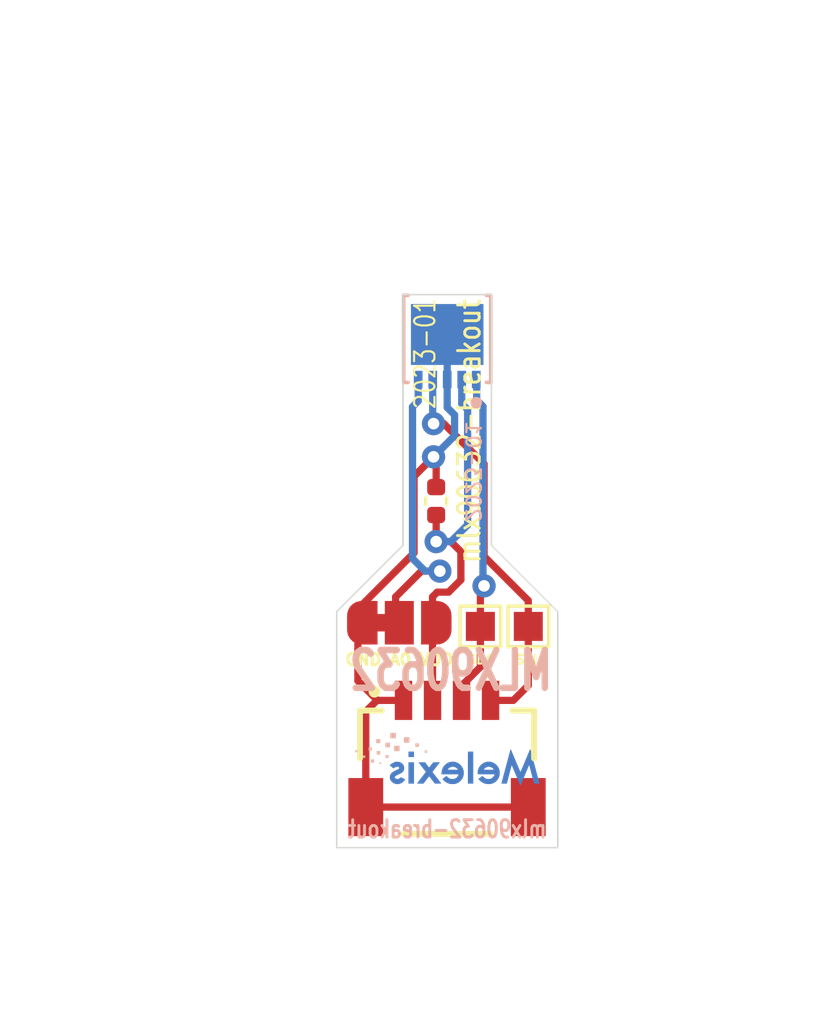
<source format=kicad_pcb>
(kicad_pcb (version 20211014) (generator pcbnew)
  (layers (0 "F.Cu" signal) (31 "B.Cu" signal) (34 "B.Paste" user) (35 "F.Paste" user) (36 "B.SilkS" user "B.Silkscreen") (37 "F.SilkS" user "F.Silkscreen") (38 "B.Mask" user) (39 "F.Mask" user) (44 "Edge.Cuts" user))
  (net 0 "")
  (net 1 "/VDD")
  (net 2 "/SDA")
  (net 3 "/SCL")
  (net 4 "/GND")
  (net 5 "Net-(JP1-Pad2)")
  (footprint "TestPoint:TestPoint_Pad_1.0x1.0mm" (layer "F.Cu") (at 112.092999 75.880001)
    (fp_text reference "SDA" (at 0 1.143) (layer "F.SilkS") (effects (font (size 0.3 0.3) (thickness 0.075))))
    (fp_text value "TestPoint")
    (fp_line (start 0.7 0.7) (end -0.7 0.7) (layer "F.SilkS") (width 0.12))
    (fp_line (start -0.7 -0.7) (end 0.7 -0.7) (layer "F.SilkS") (width 0.12))
    (fp_line (start -0.7 0.7) (end -0.7 -0.7) (layer "F.SilkS") (width 0.12))
    (fp_line (start 0.7 -0.7) (end 0.7 0.7) (layer "F.SilkS") (width 0.12))
    (pad "1" smd rect (at 0 0) (size 1 1) (layers "F.Cu" "F.Mask") (net 2 "/SDA"))
  )
  (footprint "TestPoint:TestPoint_Pad_1.0x1.0mm" (layer "F.Cu") (at 113.743999 75.880001)
    (fp_text reference "SCL" (at 0 1.143) (layer "F.SilkS") (effects (font (size 0.3 0.3) (thickness 0.075))))
    (fp_text value "TestPoint")
    (fp_line (start 0.7 -0.7) (end 0.7 0.7) (layer "F.SilkS") (width 0.12))
    (fp_line (start 0.7 0.7) (end -0.7 0.7) (layer "F.SilkS") (width 0.12))
    (fp_line (start -0.7 0.7) (end -0.7 -0.7) (layer "F.SilkS") (width 0.12))
    (fp_line (start -0.7 -0.7) (end 0.7 -0.7) (layer "F.SilkS") (width 0.12))
    (pad "1" smd rect (at 0 0) (size 1 1) (layers "F.Cu" "F.Mask") (net 3 "/SCL"))
  )
  (footprint "melexis-temperature:mlx_logo_back" (layer "F.Cu") (at 110.949999 80.706001)
    (fp_text reference "G***" hide)
    (fp_text value "LOGO" hide)
    (fp_poly (pts (xy 0.89408 0.5842) (xy 0.71628 0.5842) (xy 0.71628 -0.508) (xy 0.89408 -0.508) (xy 0.89408 0.5842)) (layer "B.Cu") (width 0.01) (fill solid))
    (fp_poly (pts (xy -1.14808 -0.3302) (xy -1.33096 -0.3302) (xy -1.33096 -0.508) (xy -1.14808 -0.508) (xy -1.14808 -0.3302)) (layer "B.Cu") (width 0.01) (fill solid))
    (fp_poly (pts (xy -0.273195 -0.12319) (xy -0.322273 -0.060622) (xy -0.365166 -0.005698) (xy -0.402074 0.041844) (xy -0.433193 0.082264) (xy -0.458721 0.115824) (xy -0.478856 0.142786) (xy -0.493796 0.163412) (xy -0.503738 0.177962) (xy -0.508879 0.186698) (xy -0.509658 0.189698) (xy -0.505953 0.194814) (xy -0.496686 0.207169) (xy -0.48248 0.225944) (xy -0.463959 0.25032) (xy -0.441747 0.279476) (xy -0.416468 0.312592) (xy -0.388745 0.348849) (xy -0.361058 0.385006) (xy -0.33167 0.423412) (xy -0.304204 0.459413) (xy -0.279274 0.492196) (xy -0.257497 0.520947) (xy -0.239485 0.544852) (xy -0.225855 0.563098) (xy -0.217221 0.574872) (xy -0.214207 0.579316) (xy -0.218519 0.581011) (xy -0.232231 0.582382) (xy -0.254586 0.583394) (xy -0.284828 0.584011) (xy -0.318731 0.5842) (xy -0.424949 0.5842) (xy -0.518545 0.463835) (xy -0.542301 0.433278) (xy -0.564188 0.405111) (xy -0.583386 0.380393) (xy -0.599073 0.36018) (xy -0.61043 0.345528) (xy -0.616636 0.337496) (xy -0.617406 0.336488) (xy -0.620285 0.336212) (xy -0.625896 0.340275) (xy -0.634768 0.349291) (xy -0.647428 0.363876) (xy -0.664405 0.384643) (xy -0.686229 0.412208) (xy -0.713427 0.447186) (xy -0.72089 0.456852) (xy -0.819108 0.5842) (xy -0.925174 0.5842) (xy -0.956754 0.584026) (xy -0.984582 0.583541) (xy -1.00717 0.582798) (xy -1.023033 0.581851) (xy -1.030683 0.580752) (xy -1.031155 0.58039) (xy -1.028134 0.575721) (xy -1.019504 0.563802) (xy -1.005866 0.545428) (xy -0.987816 0.521392) (xy -0.965955 0.492488) (xy -0.94088 0.45951) (xy -0.91319 0.423251) (xy -0.883485 0.384507) (xy -0.881369 0.381753) (xy -0.846652 0.336498) (xy -0.817713 0.298583) (xy -0.794079 0.267336) (xy -0.775279 0.242087) (xy -0.760839 0.222165) (xy -0.750287 0.2069) (xy -0.743151 0.195621) (xy -0.738957 0.187657) (xy -0.737233 0.182339) (xy -0.737508 0.178994) (xy -0.737944 0.178226) (xy -0.742384 0.172347) (xy -0.752313 0.159368) (xy -0.767008 0.14023) (xy -0.785747 0.115871) (xy -0.807806 0.087232) (xy -0.832462 0.055253) (xy -0.858993 0.020872) (xy -0.86233 0.016548) (xy -0.888755 -0.017751) (xy -0.91312 -0.049518) (xy -0.934748 -0.077861) (xy -0.952963 -0.101887) (xy -0.967088 -0.120702) (xy -0.976447 -0.133415) (xy -0.980364 -0.139131) (xy -0.98044 -0.139335) (xy -0.975607 -0.140184) (xy -0.962088 -0.140916) (xy -0.941361 -0.141495) (xy -0.9149 -0.141883) (xy -0.88418 -0.142043) (xy -0.87249 -0.142038) (xy -0.76454 -0.141836) (xy -0.69596 -0.050901) (xy -0.676076 -0.024666) (xy -0.65823 -0.001372) (xy -0.643323 0.017827) (xy -0.632258 0.031772) (xy -0.625936 0.039309) (xy -0.62484 0.040313) (xy -0.621129 0.036564) (xy -0.612117 0.0259) (xy -0.598713 0.009447) (xy -0.581831 -0.01167) (xy -0.56238 -0.036327) (xy -0.55118 -0.050651) (xy -0.48006 -0.141894) (xy -0.369144 -0.142067) (xy -0.258227 -0.14224) (xy -0.273195 -0.12319)) (layer "B.Cu") (width 0.01) (fill solid))
    (fp_poly (pts (xy 2.86263 -0.593453) (xy 2.862972 -0.593122) (xy 2.864557 -0.587983) (xy 2.868556 -0.573622) (xy 2.874806 -0.550643) (xy 2.883148 -0.519654) (xy 2.89342 -0.48126) (xy 2.90546 -0.436067) (xy 2.919109 -0.38468) (xy 2.934205 -0.327705) (xy 2.950586 -0.265749) (xy 2.968093 -0.199418) (xy 2.986564 -0.129316) (xy 3.005838 -0.05605) (xy 3.019387 -0.00448) (xy 3.173301 0.58166) (xy 3.086898 0.583053) (xy 3.058241 0.583292) (xy 3.033189 0.583076) (xy 3.013479 0.582455) (xy 3.000848 0.581479) (xy 2.997037 0.580513) (xy 2.995191 0.575039) (xy 2.991024 0.560559) (xy 2.984759 0.537906) (xy 2.976617 0.507911) (xy 2.966823 0.471405) (xy 2.955598 0.42922) (xy 2.943165 0.382186) (xy 2.929747 0.331136) (xy 2.915567 0.276901) (xy 2.910593 0.25781) (xy 2.896232 0.20281) (xy 2.882573 0.150816) (xy 2.869836 0.102645) (xy 2.858241 0.059114) (xy 2.848008 0.021043) (xy 2.839359 -0.010753) (xy 2.832512 -0.035454) (xy 2.827688 -0.052243) (xy 2.825107 -0.060302) (xy 2.824773 -0.060909) (xy 2.822402 -0.056334) (xy 2.816426 -0.043109) (xy 2.807156 -0.02196) (xy 2.794901 0.006388) (xy 2.779971 0.041209) (xy 2.762677 0.081778) (xy 2.743329 0.127368) (xy 2.722236 0.177255) (xy 2.699709 0.230712) (xy 2.676058 0.287014) (xy 2.674817 0.289974) (xy 2.651089 0.346471) (xy 2.628449 0.400211) (xy 2.607209 0.450463) (xy 2.587683 0.496495) (xy 2.570183 0.537574) (xy 2.555021 0.57297) (xy 2.54251 0.601949) (xy 2.532962 0.623782) (xy 2.526691 0.637735) (xy 2.524009 0.643077) (xy 2.523978 0.643103) (xy 2.519988 0.6403) (xy 2.51405 0.630586) (xy 2.510785 0.62369) (xy 2.507261 0.615449) (xy 2.500138 0.598656) (xy 2.48976 0.574123) (xy 2.47647 0.54266) (xy 2.46061 0.505081) (xy 2.442522 0.462196) (xy 2.42255 0.41482) (xy 2.401036 0.363762) (xy 2.378323 0.309835) (xy 2.361905 0.270842) (xy 2.331184 0.198097) (xy 2.304221 0.134733) (xy 2.280994 0.080699) (xy 2.26148 0.035948) (xy 2.245657 0.000427) (xy 2.233504 -0.025911) (xy 2.224998 -0.043118) (xy 2.220117 -0.051242) (xy 2.2189 -0.051738) (xy 2.217014 -0.045396) (xy 2.21283 -0.030094) (xy 2.206579 -0.006713) (xy 2.198493 0.023867) (xy 2.188802 0.060766) (xy 2.177738 0.103102) (xy 2.165531 0.149997) (xy 2.152414 0.200569) (xy 2.138618 0.253938) (xy 2.138602 0.254) (xy 2.124739 0.307655) (xy 2.111512 0.358739) (xy 2.099157 0.40634) (xy 2.087914 0.449546) (xy 2.078021 0.487446) (xy 2.069714 0.51913) (xy 2.063232 0.543685) (xy 2.058812 0.5602) (xy 2.056717 0.56769) (xy 2.051532 0.5842) (xy 1.874326 0.5842) (xy 1.877207 0.57277) (xy 1.885965 0.538305) (xy 1.89649 0.497364) (xy 1.908593 0.450665) (xy 1.922079 0.398924) (xy 1.936759 0.342861) (xy 1.952441 0.283193) (xy 1.968932 0.220637) (xy 1.986042 0.155912) (xy 2.003578 0.089735) (xy 2.021349 0.022824) (xy 2.039163 -0.044102) (xy 2.056829 -0.110327) (xy 2.074155 -0.175132) (xy 2.090949 -0.237799) (xy 2.10702 -0.297611) (xy 2.122177 -0.35385) (xy 2.136226 -0.405798) (xy 2.148978 -0.452737) (xy 2.160239 -0.49395) (xy 2.169819 -0.528718) (xy 2.177526 -0.556323) (xy 2.183169 -0.576048) (xy 2.186555 -0.587176) (xy 2.187484 -0.589463) (xy 2.190086 -0.584521) (xy 2.196291 -0.570887) (xy 2.205806 -0.54925) (xy 2.218335 -0.520299) (xy 2.233586 -0.484725) (xy 2.251263 -0.443218) (xy 2.271073 -0.396468) (xy 2.292722 -0.345163) (xy 2.315915 -0.289995) (xy 2.340359 -0.231653) (xy 2.356923 -0.19201) (xy 2.381971 -0.132127) (xy 2.405935 -0.075089) (xy 2.428523 -0.021574) (xy 2.449446 0.027744) (xy 2.468413 0.072187) (xy 2.485135 0.11108) (xy 2.49932 0.143748) (xy 2.510679 0.169513) (xy 2.518921 0.1877) (xy 2.523757 0.197633) (xy 2.524948 0.199332) (xy 2.527356 0.194162) (xy 2.533378 0.180336) (xy 2.54271 0.15857) (xy 2.555048 0.129582) (xy 2.57009 0.09409) (xy 2.58753 0.052811) (xy 2.607067 0.006464) (xy 2.628396 -0.044235) (xy 2.651215 -0.098568) (xy 2.675218 -0.155817) (xy 2.682298 -0.17272) (xy 2.712694 -0.245304) (xy 2.739408 -0.309081) (xy 2.762681 -0.364616) (xy 2.782758 -0.412474) (xy 2.79988 -0.453219) (xy 2.81429 -0.487415) (xy 2.826232 -0.515629) (xy 2.835946 -0.538423) (xy 2.843677 -0.556363) (xy 2.849667 -0.570014) (xy 2.854158 -0.579939) (xy 2.857394 -0.586704) (xy 2.859616 -0.590873) (xy 2.861068 -0.593011) (xy 2.861991 -0.593683) (xy 2.86263 -0.593453)) (layer "B.Cu") (width 0.01) (fill solid))
    (fp_poly (pts (xy -1.685282 -0.158374) (xy -1.65505 -0.154048) (xy -1.628072 -0.145725) (xy -1.600995 -0.132413) (xy -1.574833 -0.116055) (xy -1.541852 -0.088537) (xy -1.516175 -0.055792) (xy -1.497935 -0.019235) (xy -1.487263 0.019721) (xy -1.48429 0.059663) (xy -1.489148 0.099175) (xy -1.50197 0.136845) (xy -1.522885 0.171259) (xy -1.545809 0.195739) (xy -1.554275 0.20285) (xy -1.563785 0.209868) (xy -1.575375 0.217349) (xy -1.590081 0.22585) (xy -1.60894 0.235926) (xy -1.632988 0.248134) (xy -1.663263 0.26303) (xy -1.7008 0.281169) (xy -1.740621 0.300235) (xy -1.773809 0.318483) (xy -1.796881 0.33674) (xy -1.809881 0.355094) (xy -1.812853 0.373632) (xy -1.805841 0.39244) (xy -1.794396 0.406439) (xy -1.769466 0.424601) (xy -1.74046 0.434374) (xy -1.708891 0.435855) (xy -1.676272 0.42914) (xy -1.644115 0.414326) (xy -1.618007 0.395202) (xy -1.594129 0.374183) (xy -1.527315 0.406703) (xy -1.503308 0.418478) (xy -1.482491 0.42886) (xy -1.466616 0.436961) (xy -1.45743 0.441897) (xy -1.456011 0.442795) (xy -1.45612 0.448717) (xy -1.46227 0.460125) (xy -1.473231 0.475406) (xy -1.487774 0.49295) (xy -1.50467 0.511144) (xy -1.518115 0.524219) (xy -1.5601 0.556694) (xy -1.606402 0.581) (xy -1.655585 0.59674) (xy -1.706208 0.603517) (xy -1.756835 0.600932) (xy -1.779804 0.596473) (xy -1.82227 0.581668) (xy -1.862931 0.558997) (xy -1.899712 0.530088) (xy -1.930536 0.496566) (xy -1.952906 0.460919) (xy -1.967404 0.421451) (xy -1.974115 0.3798) (xy -1.972518 0.339375) (xy -1.971937 0.335847) (xy -1.961736 0.297969) (xy -1.944748 0.263508) (xy -1.920376 0.231891) (xy -1.888023 0.202543) (xy -1.847091 0.17489) (xy -1.796983 0.148357) (xy -1.759514 0.131568) (xy -1.721888 0.114771) (xy -1.693248 0.099807) (xy -1.672733 0.086021) (xy -1.659478 0.072755) (xy -1.652622 0.059355) (xy -1.651162 0.049196) (xy -1.654124 0.030798) (xy -1.663979 0.017688) (xy -1.681464 0.009414) (xy -1.707313 0.005523) (xy -1.723042 0.00508) (xy -1.74513 0.006453) (xy -1.765568 0.011249) (xy -1.787116 0.020476) (xy -1.812534 0.035146) (xy -1.822407 0.041461) (xy -1.854114 0.062097) (xy -1.905432 0.017078) (xy -1.925378 -0.000351) (xy -1.943378 -0.015953) (xy -1.957639 -0.028184) (xy -1.96637 -0.035498) (xy -1.967161 -0.03613) (xy -1.971924 -0.040441) (xy -1.972871 -0.04457) (xy -1.968914 -0.050193) (xy -1.958965 -0.058987) (xy -1.945097 -0.070118) (xy -1.909326 -0.096021) (xy -1.870436 -0.119899) (xy -1.832155 -0.139576) (xy -1.810606 -0.148621) (xy -1.794708 -0.153881) (xy -1.778792 -0.157232) (xy -1.759899 -0.159043) (xy -1.735072 -0.159687) (xy -1.72212 -0.159697) (xy -1.685282 -0.158374)) (layer "B.Cu") (width 0.01) (fill solid))
    (fp_poly (pts (xy 0.226121 -0.161346) (xy 0.247428 -0.158881) (xy 0.270333 -0.154299) (xy 0.276162 -0.15293) (xy 0.333196 -0.134188) (xy 0.386253 -0.106657) (xy 0.434415 -0.071237) (xy 0.47676 -0.028827) (xy 0.512369 0.019672) (xy 0.540322 0.07336) (xy 0.557286 0.12208) (xy 0.563155 0.152951) (xy 0.56624 0.190231) (xy 0.566586 0.230572) (xy 0.564239 0.270623) (xy 0.559243 0.307037) (xy 0.554523 0.327431) (xy 0.533057 0.385059) (xy 0.503271 0.437724) (xy 0.465982 0.484619) (xy 0.422004 0.524936) (xy 0.372154 0.557869) (xy 0.317247 0.582613) (xy 0.28702 0.591961) (xy 0.258274 0.597426) (xy 0.223166 0.600925) (xy 0.185323 0.602356) (xy 0.148369 0.601615) (xy 0.115931 0.598598) (xy 0.10695 0.597107) (xy 0.05025 0.582065) (xy -0.004158 0.559421) (xy -0.054566 0.530213) (xy -0.099264 0.49548) (xy -0.136544 0.456261) (xy -0.146545 0.443049) (xy -0.157786 0.427263) (xy -0.097943 0.382224) (xy -0.076296 0.365998) (xy -0.057209 0.351815) (xy -0.042308 0.340873) (xy -0.033217 0.334371) (xy -0.031544 0.333265) (xy -0.024277 0.334789) (xy -0.011203 0.344467) (xy 0.007551 0.362205) (xy 0.007809 0.362465) (xy 0.044957 0.394276) (xy 0.084553 0.4167) (xy 0.127981 0.430453) (xy 0.144579 0.433385) (xy 0.190654 0.435631) (xy 0.2352 0.429448) (xy 0.276823 0.4155) (xy 0.31413 0.394449) (xy 0.345727 0.366958) (xy 0.370221 0.33369) (xy 0.375574 0.323518) (xy 0.383925 0.305216) (xy 0.390664 0.28856) (xy 0.39406 0.27813) (xy 0.397341 0.26416) (xy -0.194242 0.26416) (xy -0.190719 0.21971) (xy -0.183046 0.157432) (xy -0.172387 0.112216) (xy 0.01016 0.112216) (xy 0.015087 0.113364) (xy 0.029258 0.114387) (xy 0.051757 0.115263) (xy 0.08167 0.115969) (xy 0.11808 0.11648) (xy 0.160072 0.116775) (xy 0.19317 0.11684) (xy 0.37618 0.11684) (xy 0.368589 0.10216) (xy 0.356757 0.084975) (xy 0.339024 0.065772) (xy 0.318408 0.047394) (xy 0.29793 0.032685) (xy 0.29019 0.028333) (xy 0.249187 0.012939) (xy 0.205757 0.006075) (xy 0.161971 0.007644) (xy 0.119901 0.017548) (xy 0.081618 0.035692) (xy 0.077632 0.038249) (xy 0.063529 0.049117) (xy 0.048023 0.063451) (xy 0.033034 0.079145) (xy 0.020482 0.094093) (xy 0.01229 0.10619) (xy 0.01016 0.112216) (xy -0.172387 0.112216) (xy -0.170126 0.102626) (xy -0.151281 0.05369) (xy -0.125834 0.009021) (xy -0.093107 -0.032982) (xy -0.0762 -0.051057) (xy -0.031079 -0.09115) (xy 0.016625 -0.121771) (xy 0.06799 -0.143398) (xy 0.124093 -0.156506) (xy 0.17272 -0.161162) (xy 0.202517 -0.162003) (xy 0.226121 -0.161346)) (layer "B.Cu") (width 0.01) (fill solid))
    (fp_poly (pts (xy 1.498191 -0.157036) (xy 1.50622 -0.155514) (xy 1.560219 -0.139538) (xy 1.612535 -0.114662) (xy 1.661141 -0.082141) (xy 1.70401 -0.043229) (xy 1.723078 -0.021245) (xy 1.756934 0.027075) (xy 1.781525 0.07587) (xy 1.797627 0.127165) (xy 1.806016 0.182989) (xy 1.807011 0.19812) (xy 1.805929 0.262403) (xy 1.795818 0.322175) (xy 1.77649 0.377937) (xy 1.747754 0.430189) (xy 1.70942 0.479434) (xy 1.694069 0.495678) (xy 1.67219 0.516853) (xy 1.653039 0.532692) (xy 1.633025 0.545815) (xy 1.608556 0.558841) (xy 1.605169 0.560513) (xy 1.581121 0.571606) (xy 1.556544 0.581768) (xy 1.535203 0.589489) (xy 1.52654 0.592063) (xy 1.497064 0.597591) (xy 1.461275 0.601061) (xy 1.422827 0.602375) (xy 1.385374 0.601436) (xy 1.352573 0.598145) (xy 1.345359 0.596912) (xy 1.282185 0.579925) (xy 1.223284 0.553872) (xy 1.201265 0.541088) (xy 1.177404 0.524361) (xy 1.151538 0.50321) (xy 1.126475 0.480184) (xy 1.105019 0.457833) (xy 1.092243 0.442021) (xy 1.082029 0.427676) (xy 1.141724 0.382384) (xy 1.163328 0.366066) (xy 1.182397 0.3518) (xy 1.197305 0.340791) (xy 1.206428 0.334244) (xy 1.208121 0.333128) (xy 1.215267 0.334517) (xy 1.228348 0.343738) (xy 1.247493 0.360884) (xy 1.252095 0.365305) (xy 1.28455 0.393374) (xy 1.316449 0.41326) (xy 1.350557 0.42638) (xy 1.385105 0.43353) (xy 1.432848 0.435815) (xy 1.478403 0.429092) (xy 1.520604 0.413935) (xy 1.558288 0.390915) (xy 1.59029 0.360606) (xy 1.615447 0.32358) (xy 1.617769 0.319076) (xy 1.623896 0.307524) (xy 1.629348 0.297699) (xy 1.633434 0.289463) (xy 1.635463 0.282677) (xy 1.634745 0.277203) (xy 1.630587 0.272902) (xy 1.622299 0.269636) (xy 1.60919 0.267266) (xy 1.590569 0.265655) (xy 1.565744 0.264663) (xy 1.534026 0.264153) (xy 1.494723 0.263985) (xy 1.447143 0.264021) (xy 1.390597 0.264123) (xy 1.34366 0.26416) (xy 1.28175 0.264145) (xy 1.229231 0.264086) (xy 1.185332 0.263959) (xy 1.149283 0.263741) (xy 1.120313 0.263409) (xy 1.097653 0.262938) (xy 1.080533 0.262306) (xy 1.068182 0.261489) (xy 1.059832 0.260464) (xy 1.05471 0.259208) (xy 1.052048 0.257696) (xy 1.051076 0.255906) (xy 1.050996 0.25527) (xy 1.051745 0.19228) (xy 1.061716 0.131667) (xy 1.067617 0.113491) (xy 1.24968 0.113491) (xy 1.254571 0.114259) (xy 1.268488 0.114966) (xy 1.290298 0.115589) (xy 1.318868 0.116109) (xy 1.353064 0.116505) (xy 1.391752 0.116755) (xy 1.43256 0.11684) (xy 1.474526 0.116756) (xy 1.513101 0.116518) (xy 1.547152 0.116144) (xy 1.575544 0.115656) (xy 1.597144 0.11507) (xy 1.610819 0.114408) (xy 1.61544 0.11371) (xy 1.612245 0.106611) (xy 1.603994 0.094663) (xy 1.592686 0.080329) (xy 1.580319 0.06607) (xy 1.568895 0.05435) (xy 1.563392 0.049613) (xy 1.52529 0.026382) (xy 1.484406 0.011743) (xy 1.442187 0.005534) (xy 1.400081 0.007589) (xy 1.359534 0.017744) (xy 1.321994 0.035835) (xy 1.288909 0.061697) (xy 1.270251 0.082896) (xy 1.259846 0.09714) (xy 1.252448 0.108152) (xy 1.24968 0.113491) (xy 1.067617 0.113491) (xy 1.080343 0.074293) (xy 1.107061 0.021021) (xy 1.141307 -0.027288) (xy 1.182515 -0.069771) (xy 1.230121 -0.105566) (xy 1.28356 -0.13381) (xy 1.31318 -0.145131) (xy 1.355702 -0.155714) (xy 1.403316 -0.161365) (xy 1.452114 -0.161876) (xy 1.498191 -0.157036)) (layer "B.Cu") (width 0.01) (fill solid))
    (fp_poly (pts (xy -1.14808 0.5842) (xy -1.33096 0.5842) (xy -1.33096 -0.14224) (xy -1.14808 -0.14224) (xy -1.14808 0.5842)) (layer "B.Cu") (width 0.01) (fill solid))
    (fp_poly (pts (xy -1.977255 -0.74041) (xy -1.975849 -0.66548) (xy -2.128792 -0.66548) (xy -2.12598 -0.81534) (xy -1.97866 -0.81534) (xy -1.977255 -0.74041)) (layer "B.SilkS") (width 0.01) (fill solid))
    (fp_poly (pts (xy -0.69596 -0.47752) (xy -0.77216 -0.47752) (xy -0.77216 -0.55372) (xy -0.69596 -0.55372) (xy -0.69596 -0.47752)) (layer "B.SilkS") (width 0.01) (fill solid))
    (fp_poly (pts (xy -0.98044 -0.68072) (xy -1.0922 -0.68072) (xy -1.0922 -0.79248) (xy -0.98044 -0.79248) (xy -0.98044 -0.68072)) (layer "B.SilkS") (width 0.01) (fill solid))
    (fp_poly (pts (xy -2.60096 -0.54864) (xy -2.70764 -0.54864) (xy -2.70764 -0.65024) (xy -2.60096 -0.65024) (xy -2.60096 -0.54864)) (layer "B.SilkS") (width 0.01) (fill solid))
    (fp_poly (pts (xy -1.64592 -0.5334) (xy -1.82372 -0.5334) (xy -1.82372 -0.7112) (xy -1.64592 -0.7112) (xy -1.64592 -0.5334)) (layer "B.SilkS") (width 0.01) (fill solid))
    (fp_poly (pts (xy -2.312519 -0.87503) (xy -2.31394 -0.81026) (xy -2.37871 -0.808839) (xy -2.44348 -0.807417) (xy -2.44348 -0.9398) (xy -2.311097 -0.9398) (xy -2.312519 -0.87503)) (layer "B.SilkS") (width 0.01) (fill solid))
    (fp_poly (pts (xy -2.28092 -0.09144) (xy -2.32664 -0.09144) (xy -2.32664 -0.13716) (xy -2.28092 -0.13716) (xy -2.28092 -0.09144)) (layer "B.SilkS") (width 0.01) (fill solid))
    (fp_poly (pts (xy -3.10388 -0.49784) (xy -3.16484 -0.49784) (xy -3.16484 -0.5588) (xy -3.10388 -0.5588) (xy -3.10388 -0.49784)) (layer "B.SilkS") (width 0.01) (fill solid))
    (fp_poly (pts (xy -2.82956 -0.29972) (xy -2.90576 -0.29972) (xy -2.90576 -0.37592) (xy -2.82956 -0.37592) (xy -2.82956 -0.29972)) (layer "B.SilkS") (width 0.01) (fill solid))
    (fp_poly (pts (xy -2.02692 -0.29464) (xy -2.11836 -0.29464) (xy -2.11836 -0.39116) (xy -2.02692 -0.39116) (xy -2.02692 -0.29464)) (layer "B.SilkS") (width 0.01) (fill solid))
    (fp_poly (pts (xy -1.306713 -0.915788) (xy -1.3081 -0.8255) (xy -1.395844 -0.82411) (xy -1.429219 -0.823746) (xy -1.453655 -0.823914) (xy -1.470361 -0.824684) (xy -1.480546 -0.826128) (xy -1.485421 -0.828315) (xy -1.486145 -0.829385) (xy -1.486922 -0.836507) (xy -1.487432 -0.851929) (xy -1.487651 -0.87379) (xy -1.487555 -0.900235) (xy -1.487301 -0.919676) (xy -1.4859 -1.0033) (xy -1.395613 -1.004688) (xy -1.305325 -1.006076) (xy -1.306713 -0.915788)) (layer "B.SilkS") (width 0.01) (fill solid))
    (fp_poly (pts (xy -2.31648 -0.41148) (xy -2.42824 -0.41148) (xy -2.42824 -0.52832) (xy -2.31648 -0.52832) (xy -2.31648 -0.41148)) (layer "B.SilkS") (width 0.01) (fill solid))
    (fp_poly (pts (xy -1.778 -0.97536) (xy -1.9558 -0.97536) (xy -1.9558 -1.15316) (xy -1.778 -1.15316) (xy -1.778 -0.97536)) (layer "B.SilkS") (width 0.01) (fill solid))
    (fp_poly (pts (xy -2.51968 -0.13716) (xy -2.62128 -0.13716) (xy -2.62128 -0.23876) (xy -2.51968 -0.23876) (xy -2.51968 -0.13716)) (layer "B.SilkS") (width 0.01) (fill solid))
  )
  (footprint "Jumper:SolderJumper-3_P1.3mm_Bridged12_RoundedPad1.0x1.5mm" (layer "F.Cu") (at 109.298999 75.753001)
    (fp_text reference "GND A0 VDD" (at 0 1.27) (layer "F.SilkS") (effects (font (size 0.4 0.4) (thickness 0.1))))
    (fp_text value "Jumper_3_Bridged12")
    (fp_poly (pts (xy -0.9 -0.3) (xy -0.4 -0.3) (xy -0.4 0.3) (xy -0.9 0.3)) (layer "F.Cu") (width 0) (fill solid))
    (pad "1" smd custom (at -1.3 0) (size 1 0.5) (layers "F.Cu" "F.Mask") (net 4 "/GND") (options (clearance outline) (anchor rect)) (primitives (gr_circle (center 0 0.25) (end 0.5 0.25) (width 0) (fill yes)) (gr_circle (center 0 -0.25) (end 0.5 -0.25) (width 0) (fill yes)) (gr_poly (pts (xy 0.55 0.75) (xy 0 0.75) (xy 0 -0.75) (xy 0.55 -0.75)) (width 0) (fill yes))))
    (pad "2" smd rect (at 0 0) (size 1 1.5) (layers "F.Cu" "F.Mask") (net 5 "Net-(JP1-Pad2)"))
    (pad "3" smd custom (at 1.3 0) (size 1 0.5) (layers "F.Cu" "F.Mask") (net 1 "/VDD") (options (clearance outline) (anchor rect)) (primitives (gr_circle (center 0 0.25) (end 0.5 0.25) (width 0) (fill yes)) (gr_circle (center 0 -0.25) (end 0.5 -0.25) (width 0) (fill yes)) (gr_poly (pts (xy 0 0.75) (xy -0.55 0.75) (xy -0.55 -0.75) (xy 0 -0.75)) (width 0) (fill yes))))
  )
  (footprint "melexis-temperature:QWIIC_STEMMA_QT" (layer "F.Cu") (at 110.943999 78.428001)
    (fp_text reference "J1" hide)
    (fp_text value "Conn_01x04_Male")
    (fp_line (start -3 2) (end -3 0.35) (layer "F.SilkS") (width 0.2032))
    (fp_line (start 3 0.35) (end 3 2) (layer "F.SilkS") (width 0.2032))
    (fp_line (start 2.25 0.35) (end 3 0.35) (layer "F.SilkS") (width 0.2032))
    (fp_line (start -3 0.35) (end -2.25 0.35) (layer "F.SilkS") (width 0.2032))
    (fp_line (start -1.5 4.6) (end 1.5 4.6) (layer "F.SilkS") (width 0.2032))
    (fp_circle (center -2.5 -0.3) (end -2.3984 -0.3) (layer "F.SilkS") (width 0.2032) (fill none))
    (pad "1" smd rect (at -1.5 0) (size 0.6 1.35) (layers "F.Cu" "F.Paste" "F.Mask") (net 4 "/GND"))
    (pad "2" smd rect (at -0.5 0) (size 0.6 1.35) (layers "F.Cu" "F.Paste" "F.Mask") (net 1 "/VDD"))
    (pad "3" smd rect (at 0.5 0) (size 0.6 1.35) (layers "F.Cu" "F.Paste" "F.Mask") (net 2 "/SDA"))
    (pad "4" smd rect (at 1.5 0) (size 0.6 1.35) (layers "F.Cu" "F.Paste" "F.Mask") (net 3 "/SCL"))
    (pad "NC1" smd rect (at 2.8 3.675) (size 1.2 2) (layers "F.Cu" "F.Paste" "F.Mask"))
    (pad "NC2" smd rect (at -2.8 3.675) (size 1.2 2) (layers "F.Cu" "F.Paste" "F.Mask"))
  )
  (footprint "Capacitor_SMD:C_0402_1005Metric" (layer "F.Cu") (at 110.568999 71.562001 90)
    (fp_text reference "C1" hide)
    (fp_text value "10n")
    (fp_line (start -0.107836 0.36) (end 0.107836 0.36) (layer "F.SilkS") (width 0.12))
    (fp_line (start -0.107836 -0.36) (end 0.107836 -0.36) (layer "F.SilkS") (width 0.12))
    (pad "1" smd roundrect (at -0.48 0 90) (size 0.56 0.62) (layers "F.Cu" "F.Paste" "F.Mask") (net 1 "/VDD"))
    (pad "2" smd roundrect (at 0.48 0 90) (size 0.56 0.62) (layers "F.Cu" "F.Paste" "F.Mask") (net 4 "/GND"))
  )
  (footprint "melexis-temperature:MLX90632-no-via-large" (layer "B.Cu") (at 110.949999 65.974001 90)
    (fp_text reference "U1" hide)
    (fp_text value "MLX90632SLD-BCB-000-SP")
    (fp_line (start 1.5 1.5) (end 1.5 1.35) (layer "B.SilkS") (width 0.127))
    (fp_line (start -1.5 1.35) (end -1.5 1.5) (layer "B.SilkS") (width 0.127))
    (fp_line (start -1.5 -1.5) (end -1.5 -1.35) (layer "B.SilkS") (width 0.127))
    (fp_line (start 1.5 -1.5) (end -1.5 -1.5) (layer "B.SilkS") (width 0.127))
    (fp_line (start -1.5 1.5) (end 1.5 1.5) (layer "B.SilkS") (width 0.127))
    (fp_line (start 1.5 -1.35) (end 1.5 -1.5) (layer "B.SilkS") (width 0.127))
    (fp_circle (center -2.2 1) (end -2.1 1) (layer "B.SilkS") (width 0.2) (fill none))
    (pad "1" smd rect (at -1.4 1 90) (size 0.6 0.3) (layers "B.Cu" "B.Paste" "B.Mask") (net 2 "/SDA"))
    (pad "2" smd rect (at -1.4 0.5 90) (size 0.6 0.3) (layers "B.Cu" "B.Paste" "B.Mask") (net 1 "/VDD"))
    (pad "3" smd rect (at -1.4 0 90) (size 0.6 0.3) (layers "B.Cu" "B.Paste" "B.Mask") (net 4 "/GND"))
    (pad "4" smd rect (at -1.4 -0.5 90) (size 0.6 0.3) (layers "B.Cu" "B.Paste" "B.Mask") (net 3 "/SCL"))
    (pad "5" smd rect (at -1.4 -1 90) (size 0.6 0.3) (layers "B.Cu" "B.Paste" "B.Mask") (net 5 "Net-(JP1-Pad2)"))
    (pad "6" smd rect (at 0.15 0 90) (size 2.1 2.5) (layers "B.Cu" "B.Mask") (net 4 "/GND"))
  )
  (gr_line (start 109.425999 73.086001) (end 107.139999 75.372001) (layer "Edge.Cuts") (width 0.05))
  (gr_line (start 109.425999 73.086001) (end 109.425999 64.450001) (layer "Edge.Cuts") (width 0.05))
  (gr_line (start 107.139999 75.372001) (end 107.139999 83.500001) (layer "Edge.Cuts") (width 0.05))
  (gr_line (start 112.473999 64.450001) (end 109.425999 64.450001) (layer "Edge.Cuts") (width 0.05))
  (gr_line (start 114.759999 75.372001) (end 114.759999 83.500001) (layer "Edge.Cuts") (width 0.05))
  (gr_line (start 112.473999 73.086001) (end 112.473999 64.450001) (layer "Edge.Cuts") (width 0.05))
  (gr_line (start 107.139999 83.500001) (end 114.759999 83.500001) (layer "Edge.Cuts") (width 0.05))
  (gr_line (start 112.473999 73.086001) (end 114.759999 75.372001) (layer "Edge.Cuts") (width 0.05))
  (gr_text "MLX90632" (at 111.076999 77.404001) (layer "B.SilkS") (effects (font (size 1.3 0.9) (thickness 0.225)) (justify mirror)))
  (gr_text "2023-01" (at 111.838999 70.546001 270) (layer "B.SilkS") (effects (font (size 0.5 0.5) (thickness 0.075)) (justify mirror)))
  (gr_text "mlx90632-breakout" (at 110.949999 82.865001) (layer "B.SilkS") (effects (font (size 0.6 0.45) (thickness 0.1)) (justify mirror)))
  (gr_text "2023-01" (at 110.187999 66.482001 90) (layer "F.SilkS") (effects (font (size 0.7 0.55) (thickness 0.075))))
  (gr_text "mlx90632-breakout" (at 111.711999 69.149001 90) (layer "F.SilkS") (effects (font (size 0.75 0.6) (thickness 0.1))))
  (segment (start 110.568999 72.959001) (end 111.076999 72.959001) (width 0.25) (layer "F.Cu") (net 1))
  (segment (start 111.420999 74.275306) (end 110.996304 74.700001) (width 0.25) (layer "F.Cu") (net 1))
  (segment (start 110.568999 72.042001) (end 110.568999 72.959001) (width 0.25) (layer "F.Cu") (net 1))
  (segment (start 111.076999 72.959001) (end 111.420999 73.303001) (width 0.25) (layer "F.Cu") (net 1))
  (segment (start 110.443999 74.862001) (end 110.443999 78.428001) (width 0.25) (layer "F.Cu") (net 1))
  (segment (start 110.996304 74.700001) (end 110.605999 74.700001) (width 0.25) (layer "F.Cu") (net 1))
  (segment (start 110.605999 74.700001) (end 110.443999 74.862001) (width 0.25) (layer "F.Cu") (net 1))
  (segment (start 111.420999 73.303001) (end 111.420999 74.275306) (width 0.25) (layer "F.Cu") (net 1))
  (via (at 110.568999 72.959001) (size 0.8) (drill 0.4) (layers "F.Cu" "B.Cu") (net 1))
  (segment (start 111.449999 68.2043) (end 111.449999 67.374001) (width 0.25) (layer "B.Cu") (net 1))
  (segment (start 111.653999 68.4083) (end 111.449999 68.2043) (width 0.25) (layer "B.Cu") (net 1))
  (segment (start 111.653999 72.382001) (end 111.653999 68.4083) (width 0.25) (layer "B.Cu") (net 1))
  (segment (start 111.076999 72.959001) (end 111.653999 72.382001) (width 0.25) (layer "B.Cu") (net 1))
  (segment (start 110.568999 72.959001) (end 111.076999 72.959001) (width 0.25) (layer "B.Cu") (net 1))
  (segment (start 112.092999 74.610001) (end 112.219999 74.483001) (width 0.25) (layer "F.Cu") (net 2))
  (segment (start 112.092999 77.278397) (end 111.443999 77.927397) (width 0.25) (layer "F.Cu") (net 2))
  (segment (start 112.092999 76.007001) (end 112.092999 77.278397) (width 0.25) (layer "F.Cu") (net 2))
  (segment (start 112.092999 75.880001) (end 112.092999 74.610001) (width 0.25) (layer "F.Cu") (net 2))
  (segment (start 111.443999 77.927397) (end 111.443999 78.428001) (width 0.25) (layer "F.Cu") (net 2))
  (via (at 112.219999 74.483001) (size 0.8) (drill 0.4) (layers "F.Cu" "B.Cu") (net 2))
  (segment (start 112.182999 74.446001) (end 112.182999 68.300904) (width 0.25) (layer "B.Cu") (net 2))
  (segment (start 112.182999 68.300904) (end 111.965999 68.083904) (width 0.25) (layer "B.Cu") (net 2))
  (segment (start 112.219999 74.483001) (end 112.182999 74.446001) (width 0.25) (layer "B.Cu") (net 2))
  (segment (start 111.965999 67.390001) (end 111.949999 67.374001) (width 0.25) (layer "B.Cu") (net 2))
  (segment (start 111.965999 68.083904) (end 111.965999 67.390001) (width 0.25) (layer "B.Cu") (net 2))
  (segment (start 110.832304 68.895001) (end 112.219999 70.282696) (width 0.25) (layer "F.Cu") (net 3))
  (segment (start 112.219999 70.282696) (end 112.219999 73.467001) (width 0.25) (layer "F.Cu") (net 3))
  (segment (start 112.443999 78.428001) (end 113.227999 78.428001) (width 0.25) (layer "F.Cu") (net 3))
  (segment (start 112.219999 73.467001) (end 113.743999 74.991001) (width 0.25) (layer "F.Cu") (net 3))
  (segment (start 113.743999 77.912001) (end 113.743999 75.880001) (width 0.25) (layer "F.Cu") (net 3))
  (segment (start 113.227999 78.428001) (end 113.743999 77.912001) (width 0.25) (layer "F.Cu") (net 3))
  (segment (start 110.478999 68.895001) (end 110.832304 68.895001) (width 0.25) (layer "F.Cu") (net 3))
  (segment (start 113.743999 74.991001) (end 113.743999 75.880001) (width 0.25) (layer "F.Cu") (net 3))
  (via (at 110.478999 68.895001) (size 0.8) (drill 0.4) (layers "F.Cu" "B.Cu") (net 3))
  (segment (start 110.478999 68.895001) (end 110.449999 68.866001) (width 0.25) (layer "B.Cu") (net 3))
  (segment (start 110.449999 68.866001) (end 110.449999 67.374001) (width 0.25) (layer "B.Cu") (net 3))
  (segment (start 108.143999 78.813001) (end 108.143999 82.103001) (width 0.25) (layer "F.Cu") (net 4))
  (segment (start 109.806999 70.710001) (end 110.478999 70.038001) (width 0.25) (layer "F.Cu") (net 4))
  (segment (start 109.443999 78.428001) (end 108.544999 78.428001) (width 0.25) (layer "F.Cu") (net 4))
  (segment (start 108.528999 78.428001) (end 108.143999 78.813001) (width 0.25) (layer "F.Cu") (net 4))
  (segment (start 109.806999 73.345001) (end 109.806999 70.710001) (width 0.25) (layer "F.Cu") (net 4))
  (segment (start 107.871999 77.755001) (end 107.871999 75.280001) (width 0.25) (layer "F.Cu") (net 4))
  (segment (start 110.568999 71.082001) (end 110.568999 70.128001) (width 0.25) (layer "F.Cu") (net 4))
  (segment (start 110.568999 70.128001) (end 110.478999 70.038001) (width 0.25) (layer "F.Cu") (net 4))
  (segment (start 109.443999 78.428001) (end 108.528999 78.428001) (width 0.25) (layer "F.Cu") (net 4))
  (segment (start 113.743999 82.103001) (end 108.143999 82.103001) (width 0.25) (layer "F.Cu") (net 4))
  (segment (start 108.544999 78.428001) (end 107.871999 77.755001) (width 0.25) (layer "F.Cu") (net 4))
  (segment (start 107.871999 75.280001) (end 109.806999 73.345001) (width 0.25) (layer "F.Cu") (net 4))
  (via (at 110.478999 70.038001) (size 0.8) (drill 0.4) (layers "F.Cu" "B.Cu") (net 4))
  (segment (start 110.949999 68.340696) (end 110.949999 67.374001) (width 0.25) (layer "B.Cu") (net 4))
  (segment (start 111.203999 69.313001) (end 111.203999 68.594696) (width 0.25) (layer "B.Cu") (net 4))
  (segment (start 110.478999 70.038001) (end 111.203999 69.313001) (width 0.25) (layer "B.Cu") (net 4))
  (segment (start 110.949999 67.374001) (end 110.949999 65.824001) (width 0.25) (layer "B.Cu") (net 4))
  (segment (start 111.203999 68.594696) (end 110.949999 68.340696) (width 0.25) (layer "B.Cu") (net 4))
  (segment (start 110.060999 73.975001) (end 110.695999 73.975001) (width 0.25) (layer "F.Cu") (net 5))
  (segment (start 109.171999 74.864001) (end 110.060999 73.975001) (width 0.25) (layer "F.Cu") (net 5))
  (segment (start 109.171999 75.880001) (end 109.171999 74.864001) (width 0.25) (layer "F.Cu") (net 5))
  (via (at 110.695999 73.975001) (size 0.8) (drill 0.4) (layers "F.Cu" "B.Cu") (net 5))
  (segment (start 109.754499 68.312501) (end 109.754499 73.541501) (width 0.25) (layer "B.Cu") (net 5))
  (segment (start 110.187999 73.975001) (end 110.695999 73.975001) (width 0.25) (layer "B.Cu") (net 5))
  (segment (start 109.949999 68.117001) (end 109.754499 68.312501) (width 0.25) (layer "B.Cu") (net 5))
  (segment (start 109.754499 73.541501) (end 110.187999 73.975001) (width 0.25) (layer "B.Cu") (net 5))
  (segment (start 109.949999 67.374001) (end 109.949999 68.117001) (width 0.25) (layer "B.Cu") (net 5))
)
</source>
